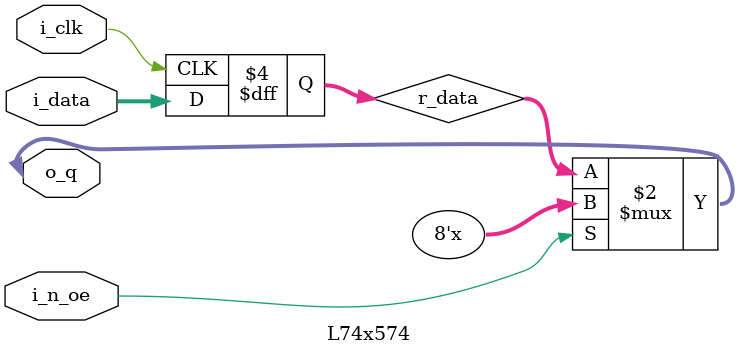
<source format=sv>
module L74x574 #(parameter INITIAL_VALUE = 8'h00)
  (
    input [7:0] i_data,
    input i_n_oe,
    input i_clk,
    inout [7:0] o_q
  );

  reg [7:0] r_data = INITIAL_VALUE;

  always @(posedge i_clk)
  begin
    r_data <= i_data;
  end

  assign o_q = i_n_oe ? 8'bZ : r_data;

endmodule

</source>
